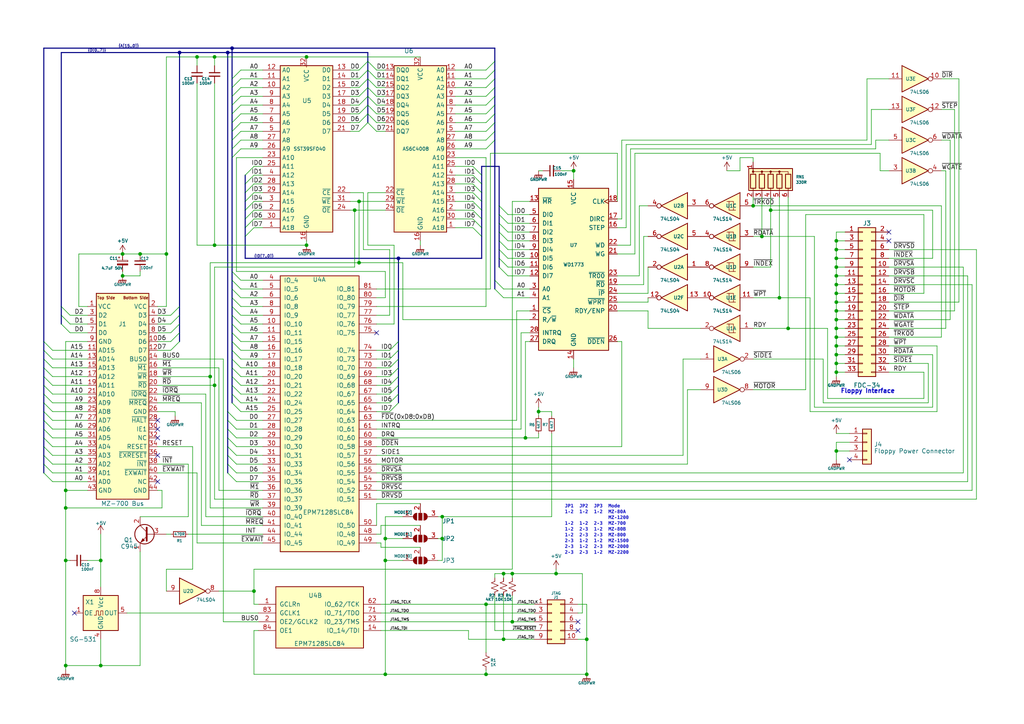
<source format=kicad_sch>
(kicad_sch (version 20231120) (generator "eeschema") (generator_version "8.0")
  (paper "A4")
  (title_block (title "SFD-700 Floppy Interface MKII") (date "2023-07-27") (rev "1.2") (comment 2 "provide additional functionality as required, ie. MZ-1R18 Ram File.") (comment 3 "as paged ROM/RAM. This allows the card to be used in all the Sharp machines and") (comment 4 "Main logic using a CPLD to mimic external logic and add additional features such"))
  (junction (at 73.66 171.45))
  (junction (at 19.05 162.56))
  (junction (at 226.06 86.36))
  (junction (at 242.57 74.93))
  (junction (at 170.18 185.42))
  (junction (at 148.59 166.37))
  (junction (at 111.76 156.21))
  (junction (at 88.9 71.12))
  (junction (at 104.14 58.42))
  (junction (at 40.64 73.66))
  (junction (at 148.59 180.34))
  (junction (at 29.21 162.56))
  (junction (at 242.57 105.41))
  (junction (at 242.57 69.85))
  (junction (at 29.21 193.04))
  (junction (at 170.18 195.58))
  (junction (at 223.52 60.96))
  (junction (at 228.6 95.25))
  (junction (at 242.57 107.95))
  (junction (at 140.97 195.58))
  (junction (at 62.23 71.12))
  (junction (at 19.05 142.24))
  (junction (at 60.96 109.22))
  (junction (at 242.57 77.47))
  (junction (at 111.76 162.56))
  (junction (at 242.57 102.87))
  (junction (at 66.04 15.24))
  (junction (at 35.56 73.66))
  (junction (at 152.4 127))
  (junction (at 128.27 156.21))
  (junction (at 57.15 16.51))
  (junction (at 242.57 90.17))
  (junction (at 242.57 85.09))
  (junction (at 128.27 149.86))
  (junction (at 242.57 82.55))
  (junction (at 242.57 100.33))
  (junction (at 62.23 16.51))
  (junction (at 242.57 95.25))
  (junction (at 242.57 80.01))
  (junction (at 220.98 68.58))
  (junction (at 156.21 119.38))
  (junction (at 62.23 111.76))
  (junction (at 48.26 73.66))
  (junction (at 67.31 13.97))
  (junction (at 88.9 16.51))
  (junction (at 111.76 195.58))
  (junction (at 104.14 76.2))
  (junction (at 242.57 97.79))
  (junction (at 242.57 92.71))
  (junction (at 161.29 166.37))
  (junction (at 146.05 185.42))
  (junction (at 115.57 74.93))
  (junction (at 140.97 175.26))
  (junction (at 19.05 193.04))
  (junction (at 218.44 59.69))
  (junction (at 166.37 49.53))
  (junction (at 52.07 15.24))
  (junction (at 242.57 72.39))
  (junction (at 35.56 80.01))
  (junction (at 146.05 166.37))
  (junction (at 102.87 60.96))
  (junction (at 242.57 130.81))
  (junction (at 19.05 147.32))
  (junction (at 242.57 87.63))
  (no_connect (at 109.22 96.52))
  (no_connect (at 45.72 139.7))
  (no_connect (at 167.64 182.88))
  (no_connect (at 257.81 69.85))
  (no_connect (at 45.72 127))
  (no_connect (at 45.72 124.46))
  (no_connect (at 167.64 180.34))
  (no_connect (at 257.81 67.31))
  (no_connect (at 246.38 133.35))
  (no_connect (at 45.72 132.08))
  (no_connect (at 45.72 121.92))
  (no_connect (at 21.59 177.8))
  (bus_entry (at 69.85 93.98) (size -2.54 -2.54))
  (bus_entry (at 144.78 62.23) (size 2.54 2.54))
  (bus_entry (at 15.24 121.92) (size -2.54 -2.54))
  (bus_entry (at 113.03 111.76) (size 2.54 -2.54))
  (bus_entry (at 104.14 25.4) (size 2.54 -2.54))
  (bus_entry (at 15.24 119.38) (size -2.54 -2.54))
  (bus_entry (at 109.22 35.56) (size -2.54 -2.54))
  (bus_entry (at 109.22 25.4) (size -2.54 -2.54))
  (bus_entry (at 71.12 60.96) (size 2.54 -2.54))
  (bus_entry (at 71.12 55.88) (size 2.54 -2.54))
  (bus_entry (at 15.24 114.3) (size -2.54 -2.54))
  (bus_entry (at 71.12 68.58) (size 2.54 -2.54))
  (bus_entry (at 109.22 30.48) (size -2.54 -2.54))
  (bus_entry (at 71.12 50.8) (size 2.54 -2.54))
  (bus_entry (at 69.85 101.6) (size -2.54 -2.54))
  (bus_entry (at 15.24 104.14) (size -2.54 -2.54))
  (bus_entry (at 137.16 58.42) (size 2.54 2.54))
  (bus_entry (at 15.24 101.6) (size -2.54 -2.54))
  (bus_entry (at 15.24 132.08) (size -2.54 -2.54))
  (bus_entry (at 67.31 22.86) (size 2.54 -2.54))
  (bus_entry (at 15.24 139.7) (size -2.54 -2.54))
  (bus_entry (at 69.85 81.28) (size -2.54 -2.54))
  (bus_entry (at 143.51 17.78) (size -2.54 2.54))
  (bus_entry (at 104.14 20.32) (size 2.54 -2.54))
  (bus_entry (at 67.31 25.4) (size 2.54 -2.54))
  (bus_entry (at 49.53 101.6) (size 2.54 -2.54))
  (bus_entry (at 69.85 116.84) (size -2.54 -2.54))
  (bus_entry (at 68.58 124.46) (size -2.54 -2.54))
  (bus_entry (at 104.14 22.86) (size 2.54 -2.54))
  (bus_entry (at 137.16 63.5) (size 2.54 2.54))
  (bus_entry (at 17.78 93.98) (size 2.54 2.54))
  (bus_entry (at 69.85 111.76) (size -2.54 -2.54))
  (bus_entry (at 17.78 88.9) (size 2.54 2.54))
  (bus_entry (at 144.78 72.39) (size 2.54 2.54))
  (bus_entry (at 15.24 134.62) (size -2.54 -2.54))
  (bus_entry (at 15.24 109.22) (size -2.54 -2.54))
  (bus_entry (at 144.78 77.47) (size 2.54 2.54))
  (bus_entry (at 69.85 83.82) (size -2.54 -2.54))
  (bus_entry (at 49.53 99.06) (size 2.54 -2.54))
  (bus_entry (at 71.12 63.5) (size 2.54 -2.54))
  (bus_entry (at 104.14 35.56) (size 2.54 -2.54))
  (bus_entry (at 144.78 64.77) (size 2.54 2.54))
  (bus_entry (at 71.12 58.42) (size 2.54 -2.54))
  (bus_entry (at 67.31 40.64) (size 2.54 -2.54))
  (bus_entry (at 67.31 43.18) (size 2.54 -2.54))
  (bus_entry (at 144.78 69.85) (size 2.54 2.54))
  (bus_entry (at 15.24 106.68) (size -2.54 -2.54))
  (bus_entry (at 109.22 38.1) (size -2.54 -2.54))
  (bus_entry (at 68.58 134.62) (size -2.54 -2.54))
  (bus_entry (at 49.53 91.44) (size 2.54 -2.54))
  (bus_entry (at 67.31 38.1) (size 2.54 -2.54))
  (bus_entry (at 49.53 96.52) (size 2.54 -2.54))
  (bus_entry (at 69.85 91.44) (size -2.54 -2.54))
  (bus_entry (at 68.58 129.54) (size -2.54 -2.54))
  (bus_entry (at 144.78 74.93) (size 2.54 2.54))
  (bus_entry (at 68.58 132.08) (size -2.54 -2.54))
  (bus_entry (at 143.51 25.4) (size -2.54 2.54))
  (bus_entry (at 144.78 59.69) (size 2.54 2.54))
  (bus_entry (at 104.14 38.1) (size 2.54 -2.54))
  (bus_entry (at 17.78 91.44) (size 2.54 2.54))
  (bus_entry (at 113.03 119.38) (size 2.54 -2.54))
  (bus_entry (at 71.12 53.34) (size 2.54 -2.54))
  (bus_entry (at 113.03 114.3) (size 2.54 -2.54))
  (bus_entry (at 67.31 33.02) (size 2.54 -2.54))
  (bus_entry (at 137.16 48.26) (size 2.54 2.54))
  (bus_entry (at 68.58 139.7) (size -2.54 -2.54))
  (bus_entry (at 67.31 35.56) (size 2.54 -2.54))
  (bus_entry (at 137.16 53.34) (size 2.54 2.54))
  (bus_entry (at 113.03 106.68) (size 2.54 -2.54))
  (bus_entry (at 143.51 20.32) (size -2.54 2.54))
  (bus_entry (at 104.14 27.94) (size 2.54 -2.54))
  (bus_entry (at 137.16 66.04) (size 2.54 2.54))
  (bus_entry (at 69.85 96.52) (size -2.54 -2.54))
  (bus_entry (at 104.14 30.48) (size 2.54 -2.54))
  (bus_entry (at 113.03 109.22) (size 2.54 -2.54))
  (bus_entry (at 69.85 109.22) (size -2.54 -2.54))
  (bus_entry (at 109.22 33.02) (size -2.54 -2.54))
  (bus_entry (at 69.85 86.36) (size -2.54 -2.54))
  (bus_entry (at 15.24 116.84) (size -2.54 -2.54))
  (bus_entry (at 49.53 93.98) (size 2.54 -2.54))
  (bus_entry (at 137.16 50.8) (size 2.54 2.54))
  (bus_entry (at 144.78 67.31) (size 2.54 2.54))
  (bus_entry (at 68.58 121.92) (size -2.54 -2.54))
  (bus_entry (at 71.12 66.04) (size 2.54 -2.54))
  (bus_entry (at 143.51 40.64) (size -2.54 2.54))
  (bus_entry (at 143.51 22.86) (size -2.54 2.54))
  (bus_entry (at 104.14 33.02) (size 2.54 -2.54))
  (bus_entry (at 137.16 60.96) (size 2.54 2.54))
  (bus_entry (at 15.24 137.16) (size -2.54 -2.54))
  (bus_entry (at 113.03 116.84) (size 2.54 -2.54))
  (bus_entry (at 69.85 88.9) (size -2.54 -2.54))
  (bus_entry (at 143.51 38.1) (size -2.54 2.54))
  (bus_entry (at 67.31 30.48) (size 2.54 -2.54))
  (bus_entry (at 143.51 33.02) (size -2.54 2.54))
  (bus_entry (at 146.05 83.82) (size -2.54 -2.54))
  (bus_entry (at 69.85 106.68) (size -2.54 -2.54))
  (bus_entry (at 143.51 30.48) (size -2.54 2.54))
  (bus_entry (at 69.85 119.38) (size -2.54 -2.54))
  (bus_entry (at 143.51 35.56) (size -2.54 2.54))
  (bus_entry (at 15.24 127) (size -2.54 -2.54))
  (bus_entry (at 67.31 27.94) (size 2.54 -2.54))
  (bus_entry (at 113.03 104.14) (size 2.54 -2.54))
  (bus_entry (at 137.16 55.88) (size 2.54 2.54))
  (bus_entry (at 15.24 124.46) (size -2.54 -2.54))
  (bus_entry (at 67.31 45.72) (size 2.54 -2.54))
  (bus_entry (at 15.24 111.76) (size -2.54 -2.54))
  (bus_entry (at 15.24 129.54) (size -2.54 -2.54))
  (bus_entry (at 146.05 86.36) (size -2.54 -2.54))
  (bus_entry (at 109.22 22.86) (size -2.54 -2.54))
  (bus_entry (at 68.58 137.16) (size -2.54 -2.54))
  (bus_entry (at 109.22 27.94) (size -2.54 -2.54))
  (bus_entry (at 143.51 27.94) (size -2.54 2.54))
  (bus_entry (at 69.85 99.06) (size -2.54 -2.54))
  (bus_entry (at 69.85 104.14) (size -2.54 -2.54))
  (bus_entry (at 113.03 101.6) (size 2.54 -2.54))
  (bus_entry (at 69.85 114.3) (size -2.54 -2.54))
  (bus_entry (at 68.58 127) (size -2.54 -2.54))
  (bus_entry (at 109.22 20.32) (size -2.54 -2.54))
  (wire (pts (xy 148.59 165.1) (xy 148.59 58.42)))
  (wire (pts (xy 143.51 182.88) (xy 154.94 182.88)))
  (wire (pts (xy 110.49 154.94) (xy 109.22 154.94)))
  (wire (pts (xy 140.97 27.94) (xy 132.08 27.94)))
  (wire (pts (xy 19.05 162.56) (xy 20.32 162.56)))
  (wire (pts (xy 181.61 41.91) (xy 181.61 66.04)))
  (bus (pts (xy 143.51 30.48) (xy 143.51 27.94)))
  (bus (pts (xy 71.12 60.96) (xy 71.12 63.5)))
  (wire (pts (xy 267.97 115.57) (xy 240.03 115.57)))
  (wire (pts (xy 273.05 97.79) (xy 257.81 97.79)))
  (wire (pts (xy 223.52 60.96) (xy 270.51 60.96)))
  (bus (pts (xy 67.31 22.86) (xy 67.31 25.4)))
  (wire (pts (xy 48.26 165.1) (xy 55.88 165.1)))
  (wire (pts (xy 69.85 114.3) (xy 76.2 114.3)))
  (wire (pts (xy 140.97 40.64) (xy 132.08 40.64)))
  (wire (pts (xy 73.66 171.45) (xy 73.66 165.1)))
  (wire (pts (xy 135.89 185.42) (xy 146.05 185.42)))
  (wire (pts (xy 273.05 31.75) (xy 276.86 31.75)))
  (wire (pts (xy 179.07 80.01) (xy 185.42 80.01)))
  (wire (pts (xy 40.64 78.74) (xy 40.64 80.01)))
  (bus (pts (xy 139.7 66.04) (xy 139.7 68.58)))
  (wire (pts (xy 252.73 31.75) (xy 252.73 41.91)))
  (wire (pts (xy 186.69 68.58) (xy 187.96 68.58)))
  (wire (pts (xy 105.41 72.39) (xy 105.41 55.88)))
  (bus (pts (xy 12.7 13.97) (xy 67.31 13.97)))
  (bus (pts (xy 67.31 101.6) (xy 67.31 104.14)))
  (wire (pts (xy 109.22 146.05) (xy 109.22 152.4)))
  (wire (pts (xy 25.4 109.22) (xy 15.24 109.22)))
  (wire (pts (xy 68.58 132.08) (xy 76.2 132.08)))
  (wire (pts (xy 29.21 162.56) (xy 29.21 154.94)))
  (wire (pts (xy 45.72 101.6) (xy 49.53 101.6)))
  (wire (pts (xy 69.85 83.82) (xy 76.2 83.82)))
  (wire (pts (xy 73.66 63.5) (xy 76.2 63.5)))
  (bus (pts (xy 66.04 132.08) (xy 66.04 134.62)))
  (wire (pts (xy 226.06 86.36) (xy 234.95 86.36)))
  (bus (pts (xy 12.7 13.97) (xy 12.7 99.06)))
  (wire (pts (xy 180.34 99.06) (xy 180.34 129.54)))
  (wire (pts (xy 62.23 111.76) (xy 62.23 144.78)))
  (bus (pts (xy 144.78 69.85) (xy 144.78 67.31)))
  (wire (pts (xy 40.64 80.01) (xy 35.56 80.01)))
  (bus (pts (xy 12.7 124.46) (xy 12.7 127)))
  (bus (pts (xy 12.7 101.6) (xy 12.7 104.14)))
  (bus (pts (xy 71.12 74.93) (xy 115.57 74.93)))
  (bus (pts (xy 71.12 50.8) (xy 71.12 53.34)))
  (wire (pts (xy 69.85 106.68) (xy 76.2 106.68)))
  (wire (pts (xy 19.05 147.32) (xy 46.99 147.32)))
  (wire (pts (xy 148.59 172.72) (xy 148.59 180.34)))
  (bus (pts (xy 67.31 83.82) (xy 67.31 86.36)))
  (wire (pts (xy 280.67 80.01) (xy 280.67 139.7)))
  (wire (pts (xy 132.08 63.5) (xy 137.16 63.5)))
  (wire (pts (xy 270.51 60.96) (xy 270.51 74.93)))
  (wire (pts (xy 109.22 109.22) (xy 113.03 109.22)))
  (wire (pts (xy 167.64 175.26) (xy 170.18 175.26)))
  (wire (pts (xy 73.66 50.8) (xy 76.2 50.8)))
  (wire (pts (xy 48.26 88.9) (xy 45.72 88.9)))
  (wire (pts (xy 186.69 82.55) (xy 186.69 68.58)))
  (wire (pts (xy 147.32 72.39) (xy 153.67 72.39)))
  (wire (pts (xy 179.07 71.12) (xy 182.88 71.12)))
  (bus (pts (xy 106.68 27.94) (xy 106.68 30.48)))
  (bus (pts (xy 67.31 106.68) (xy 67.31 109.22)))
  (wire (pts (xy 55.88 129.54) (xy 55.88 165.1)))
  (wire (pts (xy 140.97 20.32) (xy 132.08 20.32)))
  (wire (pts (xy 25.4 104.14) (xy 15.24 104.14)))
  (wire (pts (xy 153.67 99.06) (xy 152.4 99.06)))
  (wire (pts (xy 25.4 114.3) (xy 15.24 114.3)))
  (bus (pts (xy 139.7 68.58) (xy 139.7 74.93)))
  (wire (pts (xy 238.76 104.14) (xy 238.76 116.84)))
  (wire (pts (xy 74.93 175.26) (xy 73.66 175.26)))
  (wire (pts (xy 143.51 166.37) (xy 146.05 166.37)))
  (wire (pts (xy 101.6 33.02) (xy 104.14 33.02)))
  (wire (pts (xy 57.15 16.51) (xy 62.23 16.51)))
  (bus (pts (xy 67.31 33.02) (xy 67.31 35.56)))
  (bus (pts (xy 115.57 106.68) (xy 115.57 109.22)))
  (wire (pts (xy 113.03 72.39) (xy 113.03 91.44)))
  (wire (pts (xy 274.32 49.53) (xy 274.32 95.25)))
  (wire (pts (xy 242.57 130.81) (xy 242.57 133.35)))
  (wire (pts (xy 109.22 114.3) (xy 113.03 114.3)))
  (bus (pts (xy 144.78 48.26) (xy 139.7 48.26)))
  (wire (pts (xy 111.76 162.56) (xy 111.76 195.58)))
  (wire (pts (xy 104.14 76.2) (xy 104.14 58.42)))
  (wire (pts (xy 19.05 142.24) (xy 19.05 147.32)))
  (wire (pts (xy 132.08 55.88) (xy 137.16 55.88)))
  (wire (pts (xy 45.72 96.52) (xy 49.53 96.52)))
  (wire (pts (xy 278.13 87.63) (xy 257.81 87.63)))
  (wire (pts (xy 245.11 92.71) (xy 242.57 92.71)))
  (wire (pts (xy 179.07 73.66) (xy 184.15 73.66)))
  (wire (pts (xy 210.82 49.53) (xy 214.63 49.53)))
  (bus (pts (xy 139.7 50.8) (xy 139.7 53.34)))
  (bus (pts (xy 66.04 121.92) (xy 66.04 124.46)))
  (bus (pts (xy 139.7 53.34) (xy 139.7 55.88)))
  (wire (pts (xy 104.14 58.42) (xy 101.6 58.42)))
  (wire (pts (xy 68.58 137.16) (xy 76.2 137.16)))
  (wire (pts (xy 245.11 82.55) (xy 242.57 82.55)))
  (wire (pts (xy 69.85 116.84) (xy 76.2 116.84)))
  (wire (pts (xy 111.76 156.21) (xy 111.76 162.56)))
  (wire (pts (xy 267.97 62.23) (xy 267.97 85.09)))
  (wire (pts (xy 149.86 121.92) (xy 149.86 90.17)))
  (wire (pts (xy 62.23 77.47) (xy 62.23 111.76)))
  (bus (pts (xy 52.07 96.52) (xy 52.07 99.06)))
  (wire (pts (xy 25.4 93.98) (xy 20.32 93.98)))
  (wire (pts (xy 109.22 142.24) (xy 281.94 142.24)))
  (wire (pts (xy 242.57 74.93) (xy 242.57 77.47)))
  (wire (pts (xy 73.66 182.88) (xy 74.93 182.88)))
  (bus (pts (xy 67.31 111.76) (xy 67.31 114.3)))
  (bus (pts (xy 106.68 30.48) (xy 106.68 33.02)))
  (wire (pts (xy 140.97 88.9) (xy 140.97 45.72)))
  (wire (pts (xy 160.02 119.38) (xy 160.02 120.65)))
  (wire (pts (xy 273.05 59.69) (xy 273.05 97.79)))
  (wire (pts (xy 69.85 109.22) (xy 76.2 109.22)))
  (wire (pts (xy 185.42 59.69) (xy 187.96 59.69)))
  (wire (pts (xy 283.21 72.39) (xy 283.21 144.78)))
  (wire (pts (xy 281.94 82.55) (xy 257.81 82.55)))
  (wire (pts (xy 238.76 104.14) (xy 218.44 104.14)))
  (wire (pts (xy 220.98 68.58) (xy 236.22 68.58)))
  (bus (pts (xy 67.31 81.28) (xy 67.31 83.82)))
  (wire (pts (xy 29.21 185.42) (xy 29.21 193.04)))
  (wire (pts (xy 110.49 158.75) (xy 110.49 157.48)))
  (wire (pts (xy 69.85 81.28) (xy 76.2 81.28)))
  (wire (pts (xy 199.39 134.62) (xy 199.39 113.03)))
  (bus (pts (xy 106.68 22.86) (xy 106.68 25.4)))
  (wire (pts (xy 45.72 111.76) (xy 62.23 111.76)))
  (bus (pts (xy 115.57 74.93) (xy 115.57 99.06)))
  (wire (pts (xy 25.4 88.9) (xy 22.86 88.9)))
  (wire (pts (xy 185.42 80.01) (xy 185.42 59.69)))
  (wire (pts (xy 110.49 152.4) (xy 110.49 154.94)))
  (wire (pts (xy 223.52 57.15) (xy 223.52 60.96)))
  (wire (pts (xy 280.67 80.01) (xy 257.81 80.01)))
  (wire (pts (xy 147.32 64.77) (xy 153.67 64.77)))
  (wire (pts (xy 62.23 16.51) (xy 88.9 16.51)))
  (wire (pts (xy 25.4 99.06) (xy 19.05 99.06)))
  (wire (pts (xy 276.86 90.17) (xy 257.81 90.17)))
  (wire (pts (xy 22.86 73.66) (xy 35.56 73.66)))
  (wire (pts (xy 281.94 82.55) (xy 281.94 142.24)))
  (bus (pts (xy 12.7 111.76) (xy 12.7 114.3)))
  (wire (pts (xy 68.58 139.7) (xy 76.2 139.7)))
  (wire (pts (xy 19.05 193.04) (xy 19.05 194.31)))
  (wire (pts (xy 25.4 91.44) (xy 20.32 91.44)))
  (wire (pts (xy 146.05 166.37) (xy 148.59 166.37)))
  (bus (pts (xy 143.51 81.28) (xy 143.51 83.82)))
  (wire (pts (xy 62.23 144.78) (xy 76.2 144.78)))
  (wire (pts (xy 226.06 57.15) (xy 226.06 86.36)))
  (wire (pts (xy 142.24 44.45) (xy 179.07 44.45)))
  (bus (pts (xy 12.7 132.08) (xy 12.7 134.62)))
  (wire (pts (xy 267.97 107.95) (xy 257.81 107.95)))
  (wire (pts (xy 170.18 185.42) (xy 170.18 195.58)))
  (wire (pts (xy 142.24 83.82) (xy 109.22 83.82)))
  (wire (pts (xy 242.57 97.79) (xy 242.57 100.33)))
  (bus (pts (xy 12.7 99.06) (xy 12.7 101.6)))
  (wire (pts (xy 273.05 22.86) (xy 278.13 22.86)))
  (wire (pts (xy 121.92 158.75) (xy 110.49 158.75)))
  (wire (pts (xy 59.69 149.86) (xy 76.2 149.86)))
  (wire (pts (xy 101.6 20.32) (xy 104.14 20.32)))
  (wire (pts (xy 62.23 16.51) (xy 62.23 19.05)))
  (bus (pts (xy 115.57 99.06) (xy 115.57 101.6)))
  (wire (pts (xy 146.05 167.64) (xy 146.05 166.37)))
  (wire (pts (xy 147.32 67.31) (xy 153.67 67.31)))
  (wire (pts (xy 68.58 78.74) (xy 111.76 78.74)))
  (bus (pts (xy 12.7 119.38) (xy 12.7 121.92)))
  (bus (pts (xy 143.51 35.56) (xy 143.51 33.02)))
  (bus (pts (xy 17.78 88.9) (xy 17.78 91.44)))
  (wire (pts (xy 242.57 87.63) (xy 242.57 90.17)))
  (wire (pts (xy 242.57 82.55) (xy 242.57 85.09)))
  (wire (pts (xy 25.4 137.16) (xy 15.24 137.16)))
  (wire (pts (xy 109.22 144.78) (xy 283.21 144.78)))
  (wire (pts (xy 25.4 111.76) (xy 15.24 111.76)))
  (wire (pts (xy 45.72 106.68) (xy 63.5 106.68)))
  (wire (pts (xy 228.6 95.25) (xy 218.44 95.25)))
  (wire (pts (xy 245.11 95.25) (xy 242.57 95.25)))
  (bus (pts (xy 144.78 67.31) (xy 144.78 64.77)))
  (wire (pts (xy 218.44 57.15) (xy 218.44 59.69)))
  (bus (pts (xy 67.31 91.44) (xy 67.31 93.98)))
  (wire (pts (xy 114.3 71.12) (xy 106.68 71.12)))
  (wire (pts (xy 111.76 86.36) (xy 109.22 86.36)))
  (bus (pts (xy 17.78 15.24) (xy 17.78 88.9)))
  (wire (pts (xy 245.11 87.63) (xy 242.57 87.63)))
  (wire (pts (xy 242.57 105.41) (xy 242.57 107.95)))
  (wire (pts (xy 104.14 76.2) (xy 116.84 76.2)))
  (wire (pts (xy 179.07 90.17) (xy 187.96 90.17)))
  (wire (pts (xy 218.44 113.03) (xy 233.68 113.03)))
  (bus (pts (xy 106.68 15.24) (xy 106.68 17.78)))
  (wire (pts (xy 113.03 72.39) (xy 105.41 72.39)))
  (wire (pts (xy 57.15 71.12) (xy 57.15 24.13)))
  (wire (pts (xy 242.57 85.09) (xy 242.57 87.63)))
  (wire (pts (xy 220.98 57.15) (xy 220.98 68.58)))
  (wire (pts (xy 270.51 74.93) (xy 257.81 74.93)))
  (wire (pts (xy 184.15 44.45) (xy 255.27 44.45)))
  (wire (pts (xy 25.4 162.56) (xy 29.21 162.56)))
  (wire (pts (xy 218.44 86.36) (xy 226.06 86.36)))
  (wire (pts (xy 146.05 172.72) (xy 146.05 185.42)))
  (wire (pts (xy 58.42 152.4) (xy 76.2 152.4)))
  (bus (pts (xy 66.04 129.54) (xy 66.04 132.08)))
  (wire (pts (xy 68.58 127) (xy 76.2 127)))
  (wire (pts (xy 234.95 86.36) (xy 234.95 119.38)))
  (bus (pts (xy 67.31 88.9) (xy 67.31 91.44)))
  (bus (pts (xy 12.7 134.62) (xy 12.7 137.16)))
  (wire (pts (xy 69.85 88.9) (xy 76.2 88.9)))
  (wire (pts (xy 147.32 80.01) (xy 153.67 80.01)))
  (wire (pts (xy 60.96 147.32) (xy 76.2 147.32)))
  (wire (pts (xy 116.84 76.2) (xy 116.84 92.71)))
  (bus (pts (xy 67.31 13.97) (xy 67.31 22.86)))
  (wire (pts (xy 245.11 74.93) (xy 242.57 74.93)))
  (wire (pts (xy 283.21 72.39) (xy 257.81 72.39)))
  (wire (pts (xy 101.6 22.86) (xy 104.14 22.86)))
  (wire (pts (xy 69.85 104.14) (xy 76.2 104.14)))
  (wire (pts (xy 179.07 85.09) (xy 187.96 85.09)))
  (bus (pts (xy 52.07 15.24) (xy 52.07 88.9)))
  (wire (pts (xy 111.76 25.4) (xy 109.22 25.4)))
  (wire (pts (xy 242.57 69.85) (xy 242.57 72.39)))
  (wire (pts (xy 147.32 69.85) (xy 153.67 69.85)))
  (bus (pts (xy 139.7 63.5) (xy 139.7 66.04)))
  (wire (pts (xy 40.64 160.02) (xy 40.64 193.04)))
  (wire (pts (xy 257.81 100.33) (xy 271.78 100.33)))
  (bus (pts (xy 66.04 15.24) (xy 106.68 15.24)))
  (wire (pts (xy 73.66 171.45) (xy 73.66 175.26)))
  (wire (pts (xy 109.22 111.76) (xy 113.03 111.76)))
  (bus (pts (xy 143.51 27.94) (xy 143.51 25.4)))
  (wire (pts (xy 267.97 107.95) (xy 267.97 115.57)))
  (wire (pts (xy 151.13 96.52) (xy 153.67 96.52)))
  (wire (pts (xy 245.11 85.09) (xy 242.57 85.09)))
  (wire (pts (xy 140.97 43.18) (xy 132.08 43.18)))
  (bus (pts (xy 12.7 127) (xy 12.7 129.54)))
  (bus (pts (xy 67.31 40.64) (xy 67.31 43.18)))
  (wire (pts (xy 135.89 185.42) (xy 135.89 182.88)))
  (wire (pts (xy 218.44 59.69) (xy 273.05 59.69)))
  (wire (pts (xy 60.96 76.2) (xy 104.14 76.2)))
  (wire (pts (xy 111.76 33.02) (xy 109.22 33.02)))
  (wire (pts (xy 245.11 80.01) (xy 242.57 80.01)))
  (wire (pts (xy 22.86 73.66) (xy 22.86 88.9)))
  (wire (pts (xy 140.97 35.56) (xy 132.08 35.56)))
  (wire (pts (xy 109.22 119.38) (xy 113.03 119.38)))
  (wire (pts (xy 274.32 95.25) (xy 257.81 95.25)))
  (wire (pts (xy 273.05 40.64) (xy 275.59 40.64)))
  (wire (pts (xy 140.97 25.4) (xy 132.08 25.4)))
  (wire (pts (xy 64.77 104.14) (xy 64.77 180.34)))
  (wire (pts (xy 48.26 171.45) (xy 48.26 165.1)))
  (wire (pts (xy 152.4 127) (xy 156.21 127)))
  (wire (pts (xy 245.11 72.39) (xy 242.57 72.39)))
  (wire (pts (xy 233.68 62.23) (xy 267.97 62.23)))
  (wire (pts (xy 40.64 193.04) (xy 29.21 193.04)))
  (wire (pts (xy 140.97 38.1) (xy 132.08 38.1)))
  (bus (pts (xy 115.57 101.6) (xy 115.57 104.14)))
  (wire (pts (xy 242.57 128.27) (xy 242.57 130.81)))
  (wire (pts (xy 45.72 91.44) (xy 49.53 91.44)))
  (wire (pts (xy 45.72 129.54) (xy 55.88 129.54)))
  (bus (pts (xy 12.7 106.68) (xy 12.7 109.22)))
  (wire (pts (xy 275.59 92.71) (xy 257.81 92.71)))
  (wire (pts (xy 63.5 106.68) (xy 63.5 142.24)))
  (wire (pts (xy 240.03 95.25) (xy 240.03 115.57)))
  (wire (pts (xy 218.44 77.47) (xy 223.52 77.47)))
  (bus (pts (xy 143.51 33.02) (xy 143.51 30.48)))
  (wire (pts (xy 187.96 87.63) (xy 187.96 86.36)))
  (wire (pts (xy 69.85 30.48) (xy 76.2 30.48)))
  (wire (pts (xy 60.96 109.22) (xy 60.96 76.2)))
  (wire (pts (xy 148.59 58.42) (xy 153.67 58.42)))
  (wire (pts (xy 245.11 97.79) (xy 242.57 97.79)))
  (wire (pts (xy 121.92 152.4) (xy 110.49 152.4)))
  (wire (pts (xy 73.66 53.34) (xy 76.2 53.34)))
  (wire (pts (xy 69.85 20.32) (xy 76.2 20.32)))
  (wire (pts (xy 146.05 83.82) (xy 153.67 83.82)))
  (wire (pts (xy 184.15 44.45) (xy 184.15 73.66)))
  (wire (pts (xy 242.57 80.01) (xy 242.57 82.55)))
  (wire (pts (xy 251.46 40.64) (xy 180.34 40.64)))
  (wire (pts (xy 160.02 125.73) (xy 160.02 149.86)))
  (wire (pts (xy 111.76 30.48) (xy 109.22 30.48)))
  (bus (pts (xy 71.12 63.5) (xy 71.12 66.04)))
  (wire (pts (xy 269.24 105.41) (xy 257.81 105.41)))
  (wire (pts (xy 270.51 102.87) (xy 257.81 102.87)))
  (wire (pts (xy 113.03 91.44) (xy 109.22 91.44)))
  (wire (pts (xy 88.9 16.51) (xy 121.92 16.51)))
  (bus (pts (xy 12.7 114.3) (xy 12.7 116.84)))
  (wire (pts (xy 121.92 146.05) (xy 109.22 146.05)))
  (wire (pts (xy 111.76 38.1) (xy 109.22 38.1)))
  (wire (pts (xy 25.4 121.92) (xy 15.24 121.92)))
  (wire (pts (xy 156.21 118.11) (xy 156.21 119.38)))
  (bus (pts (xy 115.57 109.22) (xy 115.57 111.76)))
  (wire (pts (xy 59.69 114.3) (xy 59.69 149.86)))
  (wire (pts (xy 29.21 162.56) (xy 29.21 170.18)))
  (wire (pts (xy 238.76 116.84) (xy 269.24 116.84)))
  (wire (pts (xy 269.24 116.84) (xy 269.24 105.41)))
  (wire (pts (xy 73.66 171.45) (xy 63.5 171.45)))
  (wire (pts (xy 69.85 35.56) (xy 76.2 35.56)))
  (wire (pts (xy 109.22 157.48) (xy 110.49 157.48)))
  (wire (pts (xy 73.66 58.42) (xy 76.2 58.42)))
  (bus (pts (xy 143.51 17.78) (xy 143.51 13.97)))
  (wire (pts (xy 132.08 58.42) (xy 137.16 58.42)))
  (wire (pts (xy 40.64 73.66) (xy 48.26 73.66)))
  (wire (pts (xy 69.85 38.1) (xy 76.2 38.1)))
  (bus (pts (xy 67.31 109.22) (xy 67.31 111.76)))
  (wire (pts (xy 140.97 194.31) (xy 140.97 195.58)))
  (wire (pts (xy 180.34 99.06) (xy 179.07 99.06)))
  (wire (pts (xy 218.44 45.72) (xy 218.44 46.99)))
  (wire (pts (xy 151.13 124.46) (xy 109.22 124.46)))
  (wire (pts (xy 228.6 57.15) (xy 228.6 95.25)))
  (wire (pts (xy 62.23 77.47) (xy 102.87 77.47)))
  (wire (pts (xy 242.57 102.87) (xy 242.57 105.41)))
  (bus (pts (xy 115.57 106.68) (xy 115.57 104.14)))
  (wire (pts (xy 25.4 132.08) (xy 15.24 132.08)))
  (wire (pts (xy 101.6 30.48) (xy 104.14 30.48)))
  (wire (pts (xy 62.23 71.12) (xy 57.15 71.12)))
  (wire (pts (xy 111.76 195.58) (xy 73.66 195.58)))
  (bus (pts (xy 66.04 15.24) (xy 66.04 119.38)))
  (bus (pts (xy 52.07 15.24) (xy 66.04 15.24)))
  (wire (pts (xy 162.56 49.53) (xy 166.37 49.53)))
  (wire (pts (xy 69.85 93.98) (xy 76.2 93.98)))
  (wire (pts (xy 236.22 118.11) (xy 270.51 118.11)))
  (wire (pts (xy 111.76 35.56) (xy 109.22 35.56)))
  (wire (pts (xy 245.11 67.31) (xy 242.57 67.31)))
  (wire (pts (xy 57.15 16.51) (xy 57.15 19.05)))
  (wire (pts (xy 111.76 22.86) (xy 109.22 22.86)))
  (wire (pts (xy 46.99 142.24) (xy 46.99 147.32)))
  (wire (pts (xy 110.49 177.8) (xy 154.94 177.8)))
  (bus (pts (xy 106.68 20.32) (xy 106.68 22.86)))
  (wire (pts (xy 105.41 55.88) (xy 101.6 55.88)))
  (wire (pts (xy 54.61 134.62) (xy 45.72 134.62)))
  (wire (pts (xy 242.57 107.95) (xy 245.11 107.95)))
  (wire (pts (xy 73.66 66.04) (xy 76.2 66.04)))
  (wire (pts (xy 104.14 58.42) (xy 111.76 58.42)))
  (wire (pts (xy 64.77 180.34) (xy 74.93 180.34)))
  (bus (pts (xy 143.51 40.64) (xy 143.51 38.1)))
  (wire (pts (xy 128.27 149.86) (xy 128.27 156.21)))
  (wire (pts (xy 182.88 43.18) (xy 254 43.18)))
  (bus (pts (xy 12.7 129.54) (xy 12.7 132.08)))
  (bus (pts (xy 144.78 64.77) (xy 144.78 62.23)))
  (bus (pts (xy 106.68 17.78) (xy 106.68 20.32)))
  (wire (pts (xy 279.4 77.47) (xy 279.4 137.16)))
  (bus (pts (xy 139.7 48.26) (xy 139.7 50.8)))
  (wire (pts (xy 242.57 125.73) (xy 246.38 125.73)))
  (wire (pts (xy 109.22 88.9) (xy 140.97 88.9)))
  (wire (pts (xy 245.11 69.85) (xy 242.57 69.85)))
  (wire (pts (xy 49.53 154.94) (xy 48.26 154.94)))
  (wire (pts (xy 25.4 124.46) (xy 15.24 124.46)))
  (bus (pts (xy 67.31 78.74) (xy 67.31 81.28)))
  (wire (pts (xy 245.11 77.47) (xy 242.57 77.47)))
  (bus (pts (xy 67.31 93.98) (xy 67.31 96.52)))
  (bus (pts (xy 115.57 111.76) (xy 115.57 114.3)))
  (wire (pts (xy 69.85 119.38) (xy 76.2 119.38)))
  (wire (pts (xy 73.66 60.96) (xy 76.2 60.96)))
  (wire (pts (xy 102.87 60.96) (xy 101.6 60.96)))
  (wire (pts (xy 156.21 127) (xy 156.21 125.73)))
  (wire (pts (xy 246.38 128.27) (xy 242.57 128.27)))
  (wire (pts (xy 275.59 40.64) (xy 275.59 92.71)))
  (bus (pts (xy 143.51 81.28) (xy 143.51 40.64)))
  (wire (pts (xy 25.4 134.62) (xy 15.24 134.62)))
  (bus (pts (xy 106.68 33.02) (xy 106.68 35.56)))
  (wire (pts (xy 73.66 195.58) (xy 73.66 182.88)))
  (wire (pts (xy 242.57 90.17) (xy 242.57 92.71)))
  (wire (pts (xy 140.97 175.26) (xy 154.94 175.26)))
  (wire (pts (xy 45.72 116.84) (xy 58.42 116.84)))
  (wire (pts (xy 68.58 45.72) (xy 76.2 45.72)))
  (wire (pts (xy 111.76 162.56) (xy 116.84 162.56)))
  (wire (pts (xy 50.8 119.38) (xy 50.8 120.65)))
  (wire (pts (xy 111.76 78.74) (xy 111.76 86.36)))
  (wire (pts (xy 148.59 166.37) (xy 161.29 166.37)))
  (bus (pts (xy 67.31 86.36) (xy 67.31 88.9)))
  (bus (pts (xy 143.51 20.32) (xy 143.51 17.78)))
  (bus (pts (xy 71.12 68.58) (xy 71.12 74.93)))
  (wire (pts (xy 143.51 167.64) (xy 143.51 166.37)))
  (wire (pts (xy 147.32 74.93) (xy 153.67 74.93)))
  (bus (pts (xy 144.78 74.93) (xy 144.78 72.39)))
  (wire (pts (xy 181.61 41.91) (xy 252.73 41.91)))
  (bus (pts (xy 71.12 66.04) (xy 71.12 68.58)))
  (wire (pts (xy 255.27 49.53) (xy 257.81 49.53)))
  (wire (pts (xy 48.26 16.51) (xy 57.15 16.51)))
  (wire (pts (xy 25.4 139.7) (xy 15.24 139.7)))
  (wire (pts (xy 69.85 27.94) (xy 76.2 27.94)))
  (bus (pts (xy 71.12 55.88) (xy 71.12 58.42)))
  (wire (pts (xy 109.22 116.84) (xy 113.03 116.84)))
  (wire (pts (xy 156.21 119.38) (xy 156.21 120.65)))
  (wire (pts (xy 146.05 185.42) (xy 154.94 185.42)))
  (bus (pts (xy 66.04 119.38) (xy 66.04 121.92)))
  (wire (pts (xy 179.07 82.55) (xy 186.69 82.55)))
  (wire (pts (xy 140.97 30.48) (xy 132.08 30.48)))
  (wire (pts (xy 236.22 68.58) (xy 236.22 118.11)))
  (bus (pts (xy 12.7 121.92) (xy 12.7 124.46)))
  (wire (pts (xy 45.72 109.22) (xy 60.96 109.22)))
  (wire (pts (xy 199.39 113.03) (xy 203.2 113.03)))
  (wire (pts (xy 48.26 73.66) (xy 48.26 88.9)))
  (wire (pts (xy 255.27 44.45) (xy 255.27 49.53)))
  (wire (pts (xy 106.68 71.12) (xy 106.68 55.88)))
  (wire (pts (xy 45.72 114.3) (xy 59.69 114.3)))
  (wire (pts (xy 110.49 180.34) (xy 148.59 180.34)))
  (wire (pts (xy 151.13 96.52) (xy 151.13 124.46)))
  (wire (pts (xy 68.58 124.46) (xy 76.2 124.46)))
  (wire (pts (xy 101.6 27.94) (xy 104.14 27.94)))
  (bus (pts (xy 67.31 25.4) (xy 67.31 27.94)))
  (wire (pts (xy 25.4 101.6) (xy 15.24 101.6)))
  (wire (pts (xy 233.68 113.03) (xy 233.68 62.23)))
  (wire (pts (xy 48.26 16.51) (xy 48.26 73.66)))
  (wire (pts (xy 69.85 40.64) (xy 76.2 40.64)))
  (wire (pts (xy 19.05 147.32) (xy 19.05 162.56)))
  (wire (pts (xy 140.97 45.72) (xy 132.08 45.72)))
  (wire (pts (xy 240.03 95.25) (xy 228.6 95.25)))
  (wire (pts (xy 19.05 99.06) (xy 19.05 142.24)))
  (wire (pts (xy 69.85 96.52) (xy 76.2 96.52)))
  (wire (pts (xy 69.85 111.76) (xy 76.2 111.76)))
  (bus (pts (xy 12.7 104.14) (xy 12.7 106.68)))
  (bus (pts (xy 67.31 35.56) (xy 67.31 38.1)))
  (wire (pts (xy 245.11 105.41) (xy 242.57 105.41)))
  (wire (pts (xy 45.72 137.16) (xy 57.15 137.16)))
  (bus (pts (xy 143.51 38.1) (xy 143.51 35.56)))
  (wire (pts (xy 161.29 165.1) (xy 161.29 166.37)))
  (wire (pts (xy 109.22 127) (xy 152.4 127)))
  (wire (pts (xy 128.27 156.21) (xy 127 156.21)))
  (bus (pts (xy 17.78 15.24) (xy 52.07 15.24)))
  (wire (pts (xy 251.46 22.86) (xy 257.81 22.86)))
  (wire (pts (xy 25.4 119.38) (xy 15.24 119.38)))
  (wire (pts (xy 179.07 87.63) (xy 187.96 87.63)))
  (wire (pts (xy 251.46 22.86) (xy 251.46 40.64)))
  (wire (pts (xy 148.59 167.64) (xy 148.59 166.37)))
  (wire (pts (xy 69.85 43.18) (xy 76.2 43.18)))
  (wire (pts (xy 35.56 73.66) (xy 40.64 73.66)))
  (wire (pts (xy 170.18 175.26) (xy 170.18 185.42)))
  (wire (pts (xy 109.22 101.6) (xy 113.03 101.6)))
  (wire (pts (xy 179.07 66.04) (xy 181.61 66.04)))
  (wire (pts (xy 35.56 78.74) (xy 35.56 80.01)))
  (wire (pts (xy 152.4 99.06) (xy 152.4 127)))
  (wire (pts (xy 276.86 31.75) (xy 276.86 90.17)))
  (bus (pts (xy 67.31 99.06) (xy 67.31 101.6)))
  (wire (pts (xy 73.66 165.1) (xy 148.59 165.1)))
  (bus (pts (xy 66.04 134.62) (xy 66.04 137.16)))
  (wire (pts (xy 267.97 85.09) (xy 257.81 85.09)))
  (wire (pts (xy 109.22 139.7) (xy 280.67 139.7)))
  (wire (pts (xy 160.02 149.86) (xy 128.27 149.86)))
  (wire (pts (xy 223.52 60.96) (xy 223.52 77.47)))
  (wire (pts (xy 254 40.64) (xy 257.81 40.64)))
  (bus (pts (xy 139.7 58.42) (xy 139.7 60.96)))
  (wire (pts (xy 245.11 90.17) (xy 242.57 90.17)))
  (wire (pts (xy 25.4 106.68) (xy 15.24 106.68)))
  (bus (pts (xy 67.31 43.18) (xy 67.31 45.72)))
  (wire (pts (xy 132.08 66.04) (xy 137.16 66.04)))
  (wire (pts (xy 214.63 49.53) (xy 214.63 45.72)))
  (wire (pts (xy 156.21 119.38) (xy 160.02 119.38)))
  (wire (pts (xy 102.87 60.96) (xy 111.76 60.96)))
  (wire (pts (xy 40.64 149.86) (xy 54.61 149.86)))
  (bus (pts (xy 67.31 114.3) (xy 67.31 116.84)))
  (wire (pts (xy 58.42 116.84) (xy 58.42 152.4)))
  (wire (pts (xy 166.37 104.14) (xy 166.37 106.68)))
  (wire (pts (xy 168.91 166.37) (xy 168.91 177.8)))
  (wire (pts (xy 69.85 101.6) (xy 76.2 101.6)))
  (wire (pts (xy 242.57 67.31) (xy 242.57 69.85)))
  (wire (pts (xy 132.08 53.34) (xy 137.16 53.34)))
  (wire (pts (xy 182.88 43.18) (xy 182.88 71.12)))
  (wire (pts (xy 146.05 86.36) (xy 153.67 86.36)))
  (bus (pts (xy 143.51 22.86) (xy 143.51 20.32)))
  (wire (pts (xy 54.61 154.94) (xy 76.2 154.94)))
  (bus (pts (xy 144.78 72.39) (xy 144.78 69.85)))
  (bus (pts (xy 71.12 53.34) (xy 71.12 55.88)))
  (wire (pts (xy 278.13 22.86) (xy 278.13 87.63)))
  (wire (pts (xy 132.08 48.26) (xy 137.16 48.26)))
  (bus (pts (xy 66.04 127) (xy 66.04 129.54)))
  (wire (pts (xy 166.37 49.53) (xy 166.37 52.07)))
  (bus (pts (xy 139.7 74.93) (xy 115.57 74.93)))
  (wire (pts (xy 109.22 134.62) (xy 199.39 134.62)))
  (wire (pts (xy 149.86 90.17) (xy 153.67 90.17)))
  (wire (pts (xy 69.85 86.36) (xy 76.2 86.36)))
  (wire (pts (xy 161.29 166.37) (xy 168.91 166.37)))
  (wire (pts (xy 187.96 95.25) (xy 203.2 95.25)))
  (wire (pts (xy 60.96 109.22) (xy 60.96 147.32)))
  (wire (pts (xy 69.85 25.4) (xy 76.2 25.4)))
  (wire (pts (xy 57.15 157.48) (xy 76.2 157.48)))
  (bus (pts (xy 71.12 58.42) (xy 71.12 60.96)))
  (bus (pts (xy 52.07 91.44) (xy 52.07 93.98)))
  (wire (pts (xy 114.3 71.12) (xy 114.3 93.98)))
  (bus (pts (xy 139.7 55.88) (xy 139.7 58.42)))
  (wire (pts (xy 142.24 44.45) (xy 142.24 83.82)))
  (wire (pts (xy 57.15 137.16) (xy 57.15 157.48)))
  (wire (pts (xy 69.85 99.06) (xy 76.2 99.06)))
  (wire (pts (xy 111.76 156.21) (xy 116.84 156.21)))
  (wire (pts (xy 45.72 142.24) (xy 46.99 142.24)))
  (wire (pts (xy 242.57 72.39) (xy 242.57 74.93)))
  (wire (pts (xy 101.6 38.1) (xy 104.14 38.1)))
  (wire (pts (xy 148.59 180.34) (xy 154.94 180.34)))
  (wire (pts (xy 179.07 63.5) (xy 180.34 63.5)))
  (wire (pts (xy 180.34 129.54) (xy 109.22 129.54)))
  (wire (pts (xy 180.34 40.64) (xy 180.34 63.5)))
  (bus (pts (xy 144.78 62.23) (xy 144.78 59.69)))
  (wire (pts (xy 88.9 69.85) (xy 88.9 71.12)))
  (wire (pts (xy 69.85 33.02) (xy 76.2 33.02)))
  (wire (pts (xy 170.18 185.42) (xy 167.64 185.42)))
  (wire (pts (xy 187.96 90.17) (xy 187.96 95.25)))
  (wire (pts (xy 109.22 106.68) (xy 113.03 106.68)))
  (wire (pts (xy 73.66 48.26) (xy 76.2 48.26)))
  (wire (pts (xy 110.49 175.26) (xy 140.97 175.26)))
  (wire (pts (xy 156.21 49.53) (xy 157.48 49.53)))
  (bus (pts (xy 139.7 60.96) (xy 139.7 63.5)))
  (wire (pts (xy 68.58 134.62) (xy 76.2 134.62)))
  (wire (pts (xy 45.72 104.14) (xy 64.77 104.14)))
  (wire (pts (xy 25.4 127) (xy 15.24 127)))
  (wire (pts (xy 111.76 195.58) (xy 140.97 195.58)))
  (bus (pts (xy 66.04 124.46) (xy 66.04 127)))
  (bus (pts (xy 67.31 27.94) (xy 67.31 30.48)))
  (wire (pts (xy 68.58 78.74) (xy 68.58 45.72)))
  (bus (pts (xy 12.7 116.84) (xy 12.7 119.38)))
  (wire (pts (xy 140.97 189.23) (xy 140.97 175.26)))
  (wire (pts (xy 45.72 119.38) (xy 50.8 119.38)))
  (wire (pts (xy 101.6 25.4) (xy 104.14 25.4)))
  (wire (pts (xy 128.27 149.86) (xy 127 149.86)))
  (wire (pts (xy 245.11 100.33) (xy 242.57 100.33)))
  (bus (pts (xy 12.7 109.22) (xy 12.7 111.76)))
  (bus (pts (xy 67.31 104.14) (xy 67.31 106.68)))
  (bus (pts (xy 67.31 30.48) (xy 67.31 33.02)))
  (wire (pts (xy 187.96 85.09) (xy 187.96 77.47)))
  (wire (pts (xy 25.4 116.84) (xy 15.24 116.84)))
  (wire (pts (xy 63.5 142.24) (xy 76.2 142.24)))
  (bus (pts (xy 143.51 13.97) (xy 67.31 13.97)))
  (bus (pts (xy 67.31 38.1) (xy 67.31 40.64)))
  (wire (pts (xy 218.44 68.58) (xy 220.98 68.58)))
  (wire (pts (xy 73.66 55.88) (xy 76.2 55.88)))
  (wire (pts (xy 242.57 130.81) (xy 246.38 130.81)))
  (wire (pts (xy 254 40.64) (xy 254 43.18)))
  (wire (pts (xy 140.97 195.58) (xy 170.18 195.58)))
  (wire (pts (xy 54.61 134.62) (xy 54.61 149.86)))
  (wire (pts (xy 111.76 27.94) (xy 109.22 27.94)))
  (bus (pts (xy 115.57 114.3) (xy 115.57 116.84)))
  (bus (pts (xy 144.78 77.47) (xy 144.78 74.93)))
  (wire (pts (xy 69.85 91.44) (xy 76.2 91.44)))
  (wire (pts (xy 19.05 162.56) (xy 19.05 193.04)))
  (wire (pts (xy 116.84 92.71) (xy 153.67 92.71)))
  (wire (pts (xy 242.57 95.25) (xy 242.57 97.79)))
  (wire (pts (xy 109.22 93.98) (xy 114.3 93.98)))
  (wire (pts (xy 25.4 129.54) (xy 15.24 129.54)))
  (wire (pts (xy 25.4 96.52) (xy 20.32 96.52)))
  (bus (pts (xy 144.78 59.69) (xy 144.78 48.26)))
  (wire (pts (xy 203.2 104.14) (xy 198.12 104.14)))
  (wire (pts (xy 128.27 162.56) (xy 127 162.56)))
  (wire (pts (xy 270.51 118.11) (xy 270.51 102.87)))
  (bus (pts (xy 52.07 93.98) (xy 52.07 96.52)))
  (wire (pts (xy 198.12 104.14) (xy 198.12 132.08)))
  (wire (pts (xy 116.84 149.86) (xy 111.76 149.86)))
  (wire (pts (xy 110.49 182.88) (xy 135.89 182.88)))
  (wire (pts (xy 214.63 45.72) (xy 218.44 45.72)))
  (wire (pts (xy 273.05 49.53) (xy 274.32 49.53)))
  (wire (pts (xy 102.87 77.47) (xy 102.87 60.96)))
  (wire (pts (xy 143.51 172.72) (xy 143.51 182.88)))
  (wire (pts (xy 36.83 177.8) (xy 74.93 177.8)))
  (wire (pts (xy 147.32 62.23) (xy 153.67 62.23)))
  (bus (pts (xy 17.78 91.44) (xy 17.78 93.98)))
  (bus (pts (xy 106.68 25.4) (xy 106.68 27.94)))
  (wire (pts (xy 45.72 99.06) (xy 49.53 99.06)))
  (wire (pts (xy 111.76 20.32) (xy 109.22 20.32)))
  (wire (pts (xy 45.72 93.98) (xy 49.53 93.98)))
  (wire (pts (xy 271.78 119.38) (xy 271.78 100.33)))
  (wire (pts (xy 279.4 77.47) (xy 257.81 77.47)))
  (wire (pts (xy 68.58 129.54) (xy 76.2 129.54)))
  (wire (pts (xy 111.76 149.86) (xy 111.76 156.21)))
  (bus (pts (xy 143.51 25.4) (xy 143.51 22.86)))
  (wire (pts (xy 245.11 102.87) (xy 242.57 102.87)))
  (wire (pts (xy 234.95 119.38) (xy 271.78 119.38)))
  (bus (pts (xy 67.31 96.52) (xy 67.31 99.06)))
  (wire (pts (xy 242.57 100.33) (xy 242.57 102.87)))
  (wire (pts (xy 147.32 77.47) (xy 153.67 77.47)))
  (wire (pts (xy 62.23 24.13) (xy 62.23 71.12)))
  (wire (pts (xy 140.97 22.86) (xy 132.08 22.86)))
  (wire (pts (xy 132.08 50.8) (xy 137.16 50.8)))
  (bus (pts (xy 67.31 45.72) (xy 67.31 78.74)))
  (wire (pts (xy 19.05 142.24) (xy 25.4 142.24)))
  (bus (pts (xy 52.07 88.9) (xy 52.07 91.44)))
  (wire (pts (xy 121.92 69.85) (xy 121.92 71.12)))
  (wire (pts (xy 109.22 121.92) (xy 149.86 121.92)))
  (wire (pts (xy 167.64 177.8) (xy 168.91 177.8)))
  (wire (pts (xy 242.57 107.95) (xy 242.57 109.22)))
  (wire (pts (xy 109.22 137.16) (xy 279.4 137.16)))
  (wire (pts (xy 242.57 77.47) (xy 242.57 80.01)))
  (wire (pts (xy 88.9 71.12) (xy 62.23 71.12)))
  (wire (pts (xy 198.12 132.08) (xy 109.22 132.08)))
  (wire (pts (xy 106.68 55.88) (xy 111.76 55.88)))
  (wire (pts (xy 242.57 92.71) (xy 242.57 95.25)))
  (wire (pts (xy 140.97 33.02) (xy 132.08 33.02)))
  (wire (pts (xy 68.58 121.92) (xy 76.2 121.92)))
  (wire (pts (xy 69.85 22.86) (xy 76.2 22.86)))
  (wire (pts (xy 29.21 193.04) (xy 19.05 193.04)))
  (wire (pts (xy 109.22 104.14) (xy 113.03 104.14)))
  (wire (pts (xy 128.27 156.21) (xy 128.27 162.56)))
  (wire (pts (xy 179.07 44.45) (xy 179.07 58.42)))
  (wire (pts (xy 252.73 31.75) (xy 257.81 31.75)))
  (wire (pts (xy 101.6 35.56) (xy 104.14 35.56)))
  (wire (pts (xy 132.08 60.96) (xy 137.16 60.96)))
  (text "JP1  JP2  JP3  Mode\n1-2  1-2  1-2  MZ-80A\n               MZ-1200\n1-2  1-2  2-3  MZ-700\n1-2  2-3  1-2  MZ-80B\n1-2  2-3  2-3  MZ-800\n2-3  1-2  1-2  MZ-1500\n2-3  1-2  2-3  MZ-2000\n2-3  2-3  1-2  MZ-2200   " (at 163.83 161.29 0) (effects (font (size 1 1) (thickness 0.2) (bold yes)) (justify left bottom)))
  (text "Floppy Interface" (at 243.7638 114.3 0) (effects (font (size 1.27 1.27) (thickness 0.254) (bold yes)) (justify left bottom)))
  (label "A15" (at 24.13 101.6 180))
  (label "A0" (at 152.4 83.82 180))
  (label "A9" (at 134.62 43.18 0))
  (label "A14" (at 74.93 116.84 180))
  (label "A4" (at 134.62 30.48 0))
  (label "D7" (at 74.93 139.7 180))
  (label "~{WR}" (at 46.99 109.22 0))
  (label "A1" (at 74.93 22.86 180))
  (label "A6" (at 24.13 124.46 180))
  (label "JTAG_TMS" (at 113.03 180.34 0) (effects (font (size 0.7874 0.7874))))
  (label "A14" (at 24.13 104.14 180))
  (label "A0" (at 74.93 20.32 180))
  (label "~{STEP}" (at 273.05 31.75 0))
  (label "A3" (at 134.62 27.94 0))
  (label "A10" (at 74.93 106.68 180))
  (label "A1" (at 152.4 86.36 180))
  (label "ID2" (at 134.62 53.34 0))
  (label "~{JTAG_RESET}" (at 148.59 182.88 0) (effects (font (size 0.7874 0.7874))))
  (label "ID2" (at 76.2 53.34 180))
  (label "JTAG_TCLK" (at 149.86 175.26 0) (effects (font (size 0.7874 0.7874))))
  (label "~{RDATA}" (at 259.08 102.87 0))
  (label "~{TRK00}" (at 218.44 59.69 0))
  (label "~{WGATE}" (at 259.08 95.25 0))
  (label "A8" (at 24.13 119.38 180))
  (label "ID7" (at 76.2 66.04 180))
  (label "A10" (at 24.13 114.3 180))
  (label "RDY" (at 218.44 95.25 0))
  (label "~{DIR}" (at 259.08 87.63 0))
  (label "~{DRVSB}" (at 110.49 139.7 0))
  (label "~{MREQ}" (at 71.12 152.4 0))
  (label "A0" (at 74.93 81.28 180))
  (label "A1" (at 134.62 22.86 0))
  (label "MOTOR" (at 110.49 134.62 0))
  (label "D3" (at 109.22 27.94 0))
  (label "A5" (at 74.93 33.02 180))
  (label "D7" (at 48.26 101.6 180))
  (label "D3" (at 48.26 91.44 180))
  (label "D1" (at 74.93 124.46 180))
  (label "~{M1}" (at 72.39 142.24 0))
  (label "~{DIR}" (at 273.05 22.86 0))
  (label "ID1" (at 134.62 50.8 0))
  (label "ID1" (at 152.4 64.77 180))
  (label "A4" (at 24.13 129.54 180))
  (label "ID6" (at 134.62 63.5 0))
  (label "A5" (at 24.13 127 180))
  (label "D0" (at 109.22 20.32 0))
  (label "ID6" (at 110.49 116.84 0))
  (label "ID1" (at 76.2 50.8 180))
  (label "D2" (at 109.22 25.4 0))
  (label "~{INDEX}" (at 259.08 74.93 0))
  (label "~{TRK00}" (at 259.08 97.79 0))
  (label "~{DDEN}" (at 110.49 129.54 0))
  (label "ID0" (at 134.62 48.26 0))
  (label "A13" (at 24.13 106.68 180))
  (label "D0" (at 101.6 20.32 0))
  (label "DRQ" (at 110.49 127 0))
  (label "D1" (at 109.22 22.86 0))
  (label "D5" (at 74.93 134.62 180))
  (label "~{MOTOR}" (at 259.08 85.09 0))
  (label "D6" (at 101.6 35.56 0))
  (label "D0" (at 74.93 121.92 180))
  (label "A3" (at 24.13 132.08 180))
  (label "ID5" (at 76.2 60.96 180))
  (label "~{EXWAIT}" (at 69.85 157.48 0))
  (label "A0" (at 24.13 139.7 180))
  (label "A6" (at 74.93 35.56 180))
  (label "ID5" (at 110.49 114.3 0))
  (label "D6" (at 48.26 99.06 180))
  (label "SIDE1" (at 110.49 132.08 0))
  (label "ID4" (at 110.49 111.76 0))
  (label "ID6" (at 76.2 63.5 180))
  (label "~{WDATA}" (at 259.08 92.71 0))
  (label "A2" (at 74.93 25.4 180))
  (label "ID0" (at 152.4 62.23 180))
  (label "A2" (at 74.93 86.36 180))
  (label "D4" (at 74.93 132.08 180))
  (label "ID2" (at 152.4 67.31 180))
  (label "~{FDC}(0xD8:0xDB)" (at 110.49 121.92 0))
  (label "A9" (at 24.13 116.84 180))
  (label "ID6" (at 152.4 77.47 180))
  (label "ID7" (at 152.4 80.01 180))
  (label "A9" (at 74.93 43.18 180))
  (label "~{SIDE1}" (at 259.08 105.41 0))
  (label "ID4" (at 76.2 58.42 180))
  (label "BUS0" (at 69.85 180.34 0))
  (label "~{MREQ}" (at 46.99 116.84 0))
  (label "D4" (at 101.6 30.48 0))
  (label "~{WDATA}" (at 273.05 40.64 0))
  (label "{A[15..0]}" (at 34.29 13.97 0) (effects (font (size 0.8 0.8))))
  (label "ID0" (at 76.2 48.26 180))
  (label "~{EXWAIT}" (at 46.99 137.16 0))
  (label "ID4" (at 152.4 72.39 180))
  (label "ID3" (at 76.2 55.88 180))
  (label "A4" (at 74.93 30.48 180))
  (label "A7" (at 24.13 121.92 180))
  (label "D1" (at 101.6 22.86 0))
  (label "~{IORQ}" (at 71.12 149.86 0))
  (label "A7" (at 74.93 99.06 180))
  (label "D5" (at 101.6 33.02 0))
  (label "ID3" (at 134.62 55.88 0))
  (label "A6" (at 74.93 96.52 180))
  (label "A11" (at 74.93 109.22 180))
  (label "D2" (at 74.93 127 180))
  (label "~{DRVSB}" (at 259.08 80.01 0))
  (label "D2" (at 21.59 91.44 0))
  (label "~{DRVSD}" (at 259.08 72.39 0))
  (label "A12" (at 74.93 111.76 180))
  (label "ID7" (at 134.62 66.04 0))
  (label "ID5" (at 152.4 74.93 180))
  (label "JTAG_TDI" (at 149.86 185.42 0) (effects (font (size 0.7874 0.7874))))
  (label "~{IORQ}" (at 46.99 114.3 0))
  (label "A8" (at 134.62 40.64 0))
  (label "ID2" (at 110.49 106.68 0))
  (label "~{DRVSC}" (at 259.08 82.55 0))
  (label "D3" (at 101.6 27.94 0))
  (label "~{WGATE}" (at 273.05 49.53 0))
  (label "A4" (at 74.93 91.44 180))
  (label "{D[0..7]}" (at 25.4 15.24 0) (effects (font (size 0.8 0.8))))
  (label "D3" (at 74.93 129.54 180))
  (label "D5" (at 48.26 96.52 180))
  (label "A1" (at 74.93 83.82 180))
  (label "RDY" (at 259.08 107.95 0))
  (label "~{DRVSA}" (at 259.08 77.47 0))
  (label "A15" (at 74.93 119.38 180))
  (label "~{WR}" (at 72.39 147.32 0))
  (label "~{MOTOR}" (at 218.44 113.03 0))
  (label "JTAG_TDI" (at 113.03 182.88 0) (effects (font (size 0.7874 0.7874))))
  (label "~{M1}" (at 46.99 106.68 0))
  (label "~{WPT}" (at 218.44 86.36 0))
  (label "ID1" (at 110.49 104.14 0))
  (label "ID5" (at 134.62 60.96 0))
  (label "~{RDATA}" (at 218.44 68.58 0))
  (label "D7" (at 101.6 38.1 0))
  (label "A7" (at 134.62 38.1 0))
  (label "~{WPT}" (at 259.08 100.33 0))
  (label "~{STEP}" (at 259.08 90.17 0))
  (label "JTAG_TDO" (at 149.86 177.8 0) (effects (font (size 0.7874 0.7874))))
  (label "~{DRVSD}" (at 110.49 144.78 0))
  (label "~{INDEX}" (at 218.44 77.47 0))
  (label "RESET" (at 46.99 129.54 0))
  (label "~{INT}" (at 46.99 134.62 0))
  (label "ID3" (at 152.4 69.85 180))
  (label "A12" (at 24.13 109.22 180))
  (label "JTAG_TMS" (at 149.86 180.34 0) (effects (font (size 0.7874 0.7874))))
  (label "A3" (at 74.93 27.94 180))
  (label "~{DRVSA}" (at 110.49 137.16 0))
  (label "~{DRVSC}" (at 110.49 142.24 0))
  (label "D5" (at 109.22 33.02 0))
  (label "A6" (at 134.62 35.56 0))
  (label "D7" (at 109.22 38.1 0))
  (label "ID3" (at 110.49 109.22 0))
  (label "{ID[7..0]}" (at 73.66 74.93 0) (effects (font (size 0.8 0.8))))
  (label "~{RD}" (at 46.99 111.76 0))
  (label "~{RD}" (at 72.39 144.78 0))
  (label "INTRQ" (at 110.49 124.46 0))
  (label "ID7" (at 110.49 119.38 0))
  (label "A0" (at 134.62 20.32 0))
  (label "A3" (at 74.93 88.9 180))
  (label "D4" (at 48.26 93.98 180))
  (label "D0" (at 21.59 96.52 0))
  (label "D6" (at 74.93 137.16 180))
  (label "D6" (at 109.22 35.56 0))
  (label "BUS0" (at 46.99 104.14 0))
  (label "A1" (at 24.13 137.16 180))
  (label "~{SIDE1}" (at 218.44 104.14 0))
  (label "A5" (at 134.62 33.02 0))
  (label "A11" (at 24.13 111.76 180))
  (label "A2" (at 134.62 25.4 0))
  (label "D2" (at 101.6 25.4 0))
  (label "A13" (at 74.93 114.3 180))
  (label "JTAG_TCLK" (at 113.03 175.26 0) (effects (font (size 0.7874 0.7874))))
  (label "A5" (at 74.93 93.98 180))
  (label "A8" (at 74.93 101.6 180))
  (label "ID4" (at 134.62 58.42 0))
  (label "INT" (at 71.12 154.94 0))
  (label "D1" (at 21.59 93.98 0))
  (label "ID0" (at 110.49 101.6 0))
  (label "D4" (at 109.22 30.48 0))
  (label "JTAG_TDO" (at 113.03 177.8 0) (effects (font (size 0.7874 0.7874))))
  (label "A2" (at 24.13 134.62 180))
  (label "A9" (at 74.93 104.14 180))
  (label "A8" (at 74.93 40.64 180))
  (label "A7" (at 74.93 38.1 180))
  (symbol (lib_id "Custom:EPM7128SLC84") (at 92.71 179.07 0) (unit 2)
    (property "Reference" "U4" (at 91.44 172.72 0))
    (property "Value" "EPM7128SLC84" (at 92.71 186.69 0))
    (property "Footprint" "Package_LCC:PLCC-84_THT-Socket" (effects (hide yes)))
  )
  (symbol (lib_id "Device:R_Small") (at 160.02 123.19 0) (unit 1)
    (property "Reference" "R7" (at 158.115 123.19 0) (effects (font (size 0.7874 0.7874))))
    (property "Value" "4K7" (at 160.02 123.19 90) (effects (font (size 0.7874 0.7874))))
    (property "Footprint" "Resistor_THT:R_Axial_DIN0204_L3.6mm_D1.6mm_P5.08mm_Horizontal" (effects (hide yes)))
  )
  (symbol (lib_id "power:+5V") (at 35.56 73.66 0) (unit 1)
    (property "Reference" "#PWR06" (effects (hide yes)))
    (property "Value" "+5V" (at 35.56 69.85 0) (effects (font (size 0.9906 0.9906))))
  )
  (symbol (lib_id "SFD700:WD1773") (at 166.37 76.2 0) (unit 1)
    (property "Reference" "U7" (at 166.37 71.12 0) (effects (font (size 0.9906 0.9906))))
    (property "Value" "WD1773" (at 166.3954 76.7588 0) (effects (font (size 0.9906 0.9906))))
    (property "Footprint" "Package_DIP:DIP-28_W15.24mm" (effects (hide yes)))
    (property "Datasheet" "https://amaus.net/static/S100/western%20digital/datasheet/Western%20Digital%20FD1771%20Specification%20197710.pdf" (effects (hide yes)))
  )
  (symbol (lib_id "Device:C_Polarized_Small") (at 35.56 76.2 0) (unit 1)
    (property "Reference" "C11" (at 31.75 74.93 0) (effects (font (size 0.7874 0.7874)) (justify left)))
    (property "Value" "4.7uF 50V" (at 29.4132 77.7748 0) (effects (font (size 0.7874 0.7874)) (justify left)))
    (property "Footprint" "Capacitor_THT:C_Radial_D6.3mm_H5.0mm_P2.50mm" (effects (hide yes)))
  )
  (symbol (lib_id "power:+5V") (at 210.82 49.53 0) (unit 1)
    (property "Reference" "#PWR017" (effects (hide yes)))
    (property "Value" "+5V" (at 210.82 45.72 0) (effects (font (size 0.9906 0.9906))))
  )
  (symbol (lib_id "Device:R_Small") (at 156.21 123.19 0) (unit 1)
    (property "Reference" "R6" (at 154.305 123.19 0) (effects (font (size 0.7874 0.7874))))
    (property "Value" "4K7" (at 156.21 123.19 90) (effects (font (size 0.7874 0.7874))))
    (property "Footprint" "Resistor_THT:R_Axial_DIN0204_L3.6mm_D1.6mm_P5.08mm_Horizontal" (effects (hide yes)))
  )
  (symbol (lib_id "Device:C_Small") (at 22.86 162.56 270) (mirror x) (unit 1)
    (property "Reference" "C10" (at 24.765 163.83 90) (effects (font (size 0.7874 0.7874))))
    (property "Value" "100nF" (at 25.4 165.1 90) (effects (font (size 0.7874 0.7874))))
    (property "Footprint" "Capacitor_THT:C_Disc_D5.0mm_W2.5mm_P2.50mm" (effects (hide yes)))
  )
  (symbol (lib_id "74xx:74LS06") (at 210.82 104.14 0) (unit 1)
    (property "Reference" "U3" (at 209.55 104.14 0) (effects (font (size 0.9906 0.9906))))
    (property "Value" "74LS06" (at 212.09 107.95 0) (effects (font (size 0.9906 0.9906))))
    (property "Footprint" "Package_DIP:DIP-14_W7.62mm" (effects (hide yes)))
    (property "Datasheet" "http://www.ti.com/lit/gpn/sn74LS06" (effects (hide yes)))
  )
  (symbol (lib_id "Device:R_Small") (at 52.07 154.94 270) (mirror x) (unit 1)
    (property "Reference" "R1" (at 52.07 156.845 90) (effects (font (size 0.7874 0.7874))))
    (property "Value" "470R" (at 52.07 154.94 90) (effects (font (size 0.7874 0.7874))))
    (property "Footprint" "Resistor_THT:R_Axial_DIN0204_L3.6mm_D1.6mm_P5.08mm_Horizontal" (effects (hide yes)))
  )
  (symbol (lib_id "power:+5V") (at 242.57 125.73 0) (unit 1)
    (property "Reference" "#PWR019" (effects (hide yes)))
    (property "Value" "+5V" (at 242.57 121.92 0) (effects (font (size 0.9906 0.9906))))
  )
  (symbol (lib_id "Device:C_Small") (at 57.15 21.59 0) (mirror y) (unit 1)
    (property "Reference" "C13" (at 54.61 22.86 0) (effects (font (size 0.7874 0.7874))))
    (property "Value" "100nF" (at 54.61 24.13 0) (effects (font (size 0.7874 0.7874))))
    (property "Footprint" "Capacitor_THT:C_Disc_D5.0mm_W2.5mm_P2.50mm" (effects (hide yes)))
  )
  (symbol (lib_id "Device:R_Small_US") (at 146.05 170.18 0) (mirror y) (unit 1)
    (property "Reference" "R3" (at 146.05 172.72 0) (effects (font (size 0.8 0.8)) (justify left)))
    (property "Value" "10K" (at 146.05 173.863 0) (effects (font (size 0.8 0.8)) (justify left)))
    (property "Footprint" "Resistor_THT:R_Axial_DIN0204_L3.6mm_D1.6mm_P5.08mm_Horizontal" (effects (hide yes)))
    (instances (project "tzpuFusionX_v1_0" (path "" (reference "R3") (unit 1))) (project "SFD700" (path "" (reference "R4") (unit 1))))
  )
  (symbol (lib_id "Connector_Generic:Conn_02x17_Odd_Even") (at 250.19 87.63 0) (unit 1)
    (property "Reference" "J3" (at 251.46 64.77 0))
    (property "Value" "FDC-34" (at 251.46 111.76 0))
    (property "Footprint" "Connector_IDC:IDC-Header_2x17_P2.54mm_Latch_Horizontal" (effects (hide yes)))
  )
  (symbol (lib_id "74xx:74LS14") (at 210.82 77.47 0) (mirror y) (unit 4)
    (property "Reference" "U1" (at 212.09 77.47 0) (effects (font (size 0.9906 0.9906))))
    (property "Value" "74LS14" (at 209.55 81.28 0) (effects (font (size 0.9906 0.9906))))
    (property "Footprint" "Package_DIP:DIP-14_W7.62mm" (effects (hide yes)))
    (property "Datasheet" "http://www.ti.com/lit/gpn/sn74LS14" (effects (hide yes)))
  )
  (symbol (lib_id "Device:R_Small_US") (at 140.97 191.77 0) (unit 1)
    (property "Reference" "R1" (at 142.24 191.516 0) (effects (font (size 0.8 0.8)) (justify left)))
    (property "Value" "1K" (at 142.24 192.786 0) (effects (font (size 0.8 0.8)) (justify left)))
    (property "Footprint" "Resistor_THT:R_Axial_DIN0204_L3.6mm_D1.6mm_P5.08mm_Horizontal" (effects (hide yes)))
    (instances (project "tzpuFusionX_v1_0" (path "" (reference "R1") (unit 1))) (project "SFD700" (path "" (reference "R2") (unit 1))))
  )
  (symbol (lib_id "74xx:74LS06") (at 265.43 49.53 0) (unit 2)
    (property "Reference" "U3" (at 264.16 49.53 0) (effects (font (size 0.9906 0.9906))))
    (property "Value" "74LS06" (at 266.7 53.34 0) (effects (font (size 0.9906 0.9906))))
    (property "Footprint" "Package_DIP:DIP-14_W7.62mm" (effects (hide yes)))
    (property "Datasheet" "http://www.ti.com/lit/gpn/sn74LS06" (effects (hide yes)))
  )
  (symbol (lib_id "Jumper:SolderJumper_3_Open") (at 121.92 149.86 0) (mirror x) (unit 1)
    (property "Reference" "JP1" (at 128.27 151.13 0) (effects (justify left)))
    (property "Value" "MODE[2]" (at 114.3 148.59 0) (effects (font (size 0.8 0.8)) (justify left)))
    (property "Footprint" "Connector_PinHeader_2.00mm:PinHeader_1x03_P2.00mm_Vertical" (effects (hide yes)))
  )
  (symbol (lib_id "Oscillator:SG-531") (at 29.21 177.8 0) (unit 1)
    (property "Reference" "X1" (at 26.035 174.625 0))
    (property "Value" "SG-531" (at 24.13 185.42 0))
    (property "Footprint" "Oscillator:Oscillator_SeikoEpson_SG-8002DC" (effects (hide yes)))
    (property "Datasheet" "https://support.epson.biz/td/api/doc_check.php?mode=dl&lang=en&Parts=SG-51P" (effects (hide yes)))
  )
  (symbol (lib_id "74xx:74LS04") (at 195.58 68.58 0) (mirror y) (unit 3)
    (property "Reference" "U2" (at 196.85 68.58 0) (effects (font (size 0.9906 0.9906))))
    (property "Value" "74LS04" (at 194.31 72.39 0) (effects (font (size 0.9906 0.9906))))
    (property "Footprint" "Package_DIP:DIP-14_W7.62mm" (effects (hide yes)))
    (property "Datasheet" "http://www.ti.com/lit/gpn/sn74LS04" (effects (hide yes)))
  )
  (symbol (lib_id "74xx:74LS14") (at 210.82 86.36 0) (mirror y) (unit 5)
    (property "Reference" "U1" (at 212.09 86.36 0) (effects (font (size 0.9906 0.9906))))
    (property "Value" "74LS14" (at 209.55 90.17 0) (effects (font (size 0.9906 0.9906))))
    (property "Footprint" "Package_DIP:DIP-14_W7.62mm" (effects (hide yes)))
    (property "Datasheet" "http://www.ti.com/lit/gpn/sn74LS14" (effects (hide yes)))
  )
  (symbol (lib_id "74xx:74LS04") (at 55.88 171.45 0) (unit 4)
    (property "Reference" "U2" (at 54.61 171.45 0) (effects (font (size 0.9906 0.9906))))
    (property "Value" "74LS04" (at 59.69 173.99 0) (effects (font (size 0.9906 0.9906))))
    (property "Footprint" "Package_DIP:DIP-14_W7.62mm" (effects (hide yes)))
    (property "Datasheet" "http://www.ti.com/lit/gpn/sn74LS04" (effects (hide yes)))
  )
  (symbol (lib_id "Jumper:SolderJumper_3_Open") (at 121.92 156.21 0) (mirror x) (unit 1)
    (property "Reference" "JP2" (at 128.27 156.21 0) (effects (justify left)))
    (property "Value" "MODE[1]" (at 114.3 154.94 0) (effects (font (size 0.8 0.8)) (justify left)))
    (property "Footprint" "Connector_PinHeader_2.00mm:PinHeader_1x03_P2.00mm_Vertical" (effects (hide yes)))
  )
  (symbol (lib_id "power:GNDPWR") (at 166.37 106.68 0) (unit 1)
    (property "Reference" "#PWR014" (effects (hide yes)))
    (property "Value" "GNDPWR" (at 166.37 109.22 0) (effects (font (size 0.7874 0.7874))))
  )
  (symbol (lib_id "power:+5V") (at 166.37 49.53 0) (unit 1)
    (property "Reference" "#PWR015" (effects (hide yes)))
    (property "Value" "+5V" (at 166.37 45.72 0) (effects (font (size 0.9906 0.9906))))
  )
  (symbol (lib_id "74xx:74LS06") (at 265.43 22.86 0) (unit 5)
    (property "Reference" "U3" (at 264.16 22.86 0) (effects (font (size 0.9906 0.9906))))
    (property "Value" "74LS06" (at 266.7 26.67 0) (effects (font (size 0.9906 0.9906))))
    (property "Footprint" "Package_DIP:DIP-14_W7.62mm" (effects (hide yes)))
    (property "Datasheet" "http://www.ti.com/lit/gpn/sn74LS06" (effects (hide yes)))
  )
  (symbol (lib_id "power:+5V") (at 29.21 154.94 0) (mirror y) (unit 1)
    (property "Reference" "#PWR05" (effects (hide yes)))
    (property "Value" "+5V" (at 29.21 151.765 0) (effects (font (size 0.9906 0.9906))))
  )
  (symbol (lib_id "power:GNDPWR") (at 50.8 120.65 0) (unit 1)
    (property "Reference" "#PWR08" (effects (hide yes)))
    (property "Value" "GNDPWR" (at 50.8 123.19 0) (effects (font (size 0.7874 0.7874))))
  )
  (symbol (lib_id "Jumper:SolderJumper_3_Open") (at 121.92 162.56 0) (mirror x) (unit 1)
    (property "Reference" "JP3" (at 128.27 162.56 0) (effects (justify left)))
    (property "Value" "MODE[0]" (at 114.3 161.29 0) (effects (font (size 0.8 0.8)) (justify left)))
    (property "Footprint" "Connector_PinHeader_2.00mm:PinHeader_1x03_P2.00mm_Vertical" (effects (hide yes)))
  )
  (symbol (lib_id "74xx:74LS14") (at 210.82 59.69 0) (mirror y) (unit 3)
    (property "Reference" "U1" (at 212.09 59.69 0) (effects (font (size 0.9906 0.9906))))
    (property "Value" "74LS14" (at 209.55 63.5 0) (effects (font (size 0.9906 0.9906))))
    (property "Footprint" "Package_DIP:DIP-14_W7.62mm" (effects (hide yes)))
    (property "Datasheet" "http://www.ti.com/lit/gpn/sn74LS14" (effects (hide yes)))
  )
  (symbol (lib_id "74xx:74LS14") (at 210.82 95.25 0) (mirror y) (unit 1)
    (property "Reference" "U1" (at 212.09 95.25 0) (effects (font (size 0.9906 0.9906))))
    (property "Value" "74LS14" (at 209.55 99.06 0) (effects (font (size 0.9906 0.9906))))
    (property "Footprint" "Package_DIP:DIP-14_W7.62mm" (effects (hide yes)))
    (property "Datasheet" "http://www.ti.com/lit/gpn/sn74LS14" (effects (hide yes)))
  )
  (symbol (lib_id "74xx:74LS04") (at 195.58 86.36 0) (mirror y) (unit 6)
    (property "Reference" "U2" (at 196.85 86.36 0) (effects (font (size 0.9906 0.9906))))
    (property "Value" "74LS04" (at 194.31 90.17 0) (effects (font (size 0.9906 0.9906))))
    (property "Footprint" "Package_DIP:DIP-14_W7.62mm" (effects (hide yes)))
    (property "Datasheet" "http://www.ti.com/lit/gpn/sn74LS04" (effects (hide yes)))
  )
  (symbol (lib_id "power:GNDPWR") (at 156.21 49.53 0) (unit 1)
    (property "Reference" "#PWR011" (effects (hide yes)))
    (property "Value" "GNDPWR" (at 156.21 52.07 0) (effects (font (size 0.7874 0.7874))))
  )
  (symbol (lib_id "SFD700:Ext_Bus_MZ800") (at 35.56 115.57 0) (unit 1)
    (property "Reference" "J1" (at 35.56 93.98 0))
    (property "Value" "MZ-700 Bus" (at 35.56 146.05 0))
    (property "Footprint" "SFD700:BUS_MZ800" (effects (hide yes)))
    (property "Datasheet" "https://en.wikipedia.org/wiki/Industry_Standard_Architecture" (effects (hide yes)))
  )
  (symbol (lib_id "Custom:SST39SF040-Memory_Flash") (at 88.9 50.8 0) (unit 1)
    (property "Reference" "U5" (at 87.63 29.21 0) (effects (justify left)))
    (property "Value" "SST39SF040" (at 85.09 43.18 0) (effects (font (size 1 1)) (justify left)))
    (property "Footprint" "Package_DIP:DIP-32_W15.24mm_Socket" (effects (hide yes)))
  )
  (symbol (lib_id "74xx:74LS06") (at 265.43 40.64 0) (unit 3)
    (property "Reference" "U3" (at 264.16 40.64 0) (effects (font (size 0.9906 0.9906))))
    (property "Value" "74LS06" (at 266.7 44.45 0) (effects (font (size 0.9906 0.9906))))
    (property "Footprint" "Package_DIP:DIP-14_W7.62mm" (effects (hide yes)))
    (property "Datasheet" "http://www.ti.com/lit/gpn/sn74LS06" (effects (hide yes)))
  )
  (symbol (lib_id "74xx:74LS06") (at 210.82 113.03 0) (unit 4)
    (property "Reference" "U3" (at 209.55 113.03 0) (effects (font (size 0.9906 0.9906))))
    (property "Value" "74LS06" (at 212.09 116.84 0) (effects (font (size 0.9906 0.9906))))
    (property "Footprint" "Package_DIP:DIP-14_W7.62mm" (effects (hide yes)))
    (property "Datasheet" "http://www.ti.com/lit/gpn/sn74LS06" (effects (hide yes)))
  )
  (symbol (lib_id "power:+5V") (at 156.21 118.11 0) (unit 1)
    (property "Reference" "#PWR012" (effects (hide yes)))
    (property "Value" "+5V" (at 156.21 114.3 0) (effects (font (size 0.9906 0.9906))))
  )
  (symbol (lib_id "Custom:EPM7128SLC84") (at 92.71 116.84 0) (unit 1)
    (property "Reference" "U4" (at 92.6084 81.0768 0))
    (property "Value" "EPM7128SLC84" (at 95.25 148.59 0))
    (property "Footprint" "Package_LCC:PLCC-84_THT-Socket" (effects (hide yes)))
  )
  (symbol (lib_id "Custom:AS6C4008-55PCN") (at 121.92 43.18 0) (mirror y) (unit 1)
    (property "Reference" "U6" (at 119.9641 14.7701 0) (effects (justify left)))
    (property "Value" "AS6C4008" (at 124.46 43.18 0) (effects (font (size 1 1)) (justify left)))
    (property "Footprint" "Package_DIP:DIP-32_W15.24mm" (effects (hide yes)))
  )
  (symbol (lib_id "Device:R_Small_US") (at 148.59 170.18 0) (mirror y) (unit 1)
    (property "Reference" "R4" (at 148.336 172.72 0) (effects (font (size 0.8 0.8)) (justify left)))
    (property "Value" "10K" (at 148.59 173.863 0) (effects (font (size 0.8 0.8)) (justify left)))
    (property "Footprint" "Resistor_THT:R_Axial_DIN0204_L3.6mm_D1.6mm_P5.08mm_Horizontal" (effects (hide yes)))
    (instances (project "tzpuFusionX_v1_0" (path "" (reference "R4") (unit 1))) (project "SFD700" (path "" (reference "R5") (unit 1))))
  )
  (symbol (lib_id "74xx:74LS04") (at 195.58 59.69 0) (mirror y) (unit 2)
    (property "Reference" "U2" (at 196.85 59.69 0) (effects (font (size 0.9906 0.9906))))
    (property "Value" "74LS04" (at 194.31 63.5 0) (effects (font (size 0.9906 0.9906))))
    (property "Footprint" "Package_DIP:DIP-14_W7.62mm" (effects (hide yes)))
    (property "Datasheet" "http://www.ti.com/lit/gpn/sn74LS04" (effects (hide yes)))
  )
  (symbol (lib_id "74xx:74LS04") (at 195.58 77.47 0) (mirror y) (unit 1)
    (property "Reference" "U2" (at 196.85 77.47 0) (effects (font (size 0.9906 0.9906))))
    (property "Value" "74LS04" (at 194.31 81.28 0) (effects (font (size 0.9906 0.9906))))
    (property "Footprint" "Package_DIP:DIP-14_W7.62mm" (effects (hide yes)))
    (property "Datasheet" "http://www.ti.com/lit/gpn/sn74LS04" (effects (hide yes)))
  )
  (symbol (lib_id "power:GNDPWR") (at 35.56 80.01 0) (unit 1)
    (property "Reference" "#PWR07" (effects (hide yes)))
    (property "Value" "GNDPWR" (at 35.56 82.55 0) (effects (font (size 0.7874 0.7874))))
  )
  (symbol (lib_id "power:GNDPWR") (at 88.9 71.12 0) (mirror y) (unit 1)
    (property "Reference" "#PWR09" (effects (hide yes)))
    (property "Value" "GNDPWR" (at 88.9 73.66 0) (effects (font (size 0.7874 0.7874))))
  )
  (symbol (lib_id "Device:R_Network05") (at 223.52 52.07 0) (unit 1)
    (property "Reference" "RN1" (at 230.8352 51.2826 0) (effects (font (size 0.7874 0.7874)) (justify left)))
    (property "Value" "330R" (at 230.8352 52.8574 0) (effects (font (size 0.7874 0.7874)) (justify left)))
    (property "Footprint" "Resistor_THT:R_Array_SIP6" (effects (hide yes)))
    (property "Datasheet" "http://www.vishay.com/docs/31509/csc.pdf" (effects (hide yes)))
  )
  (symbol (lib_id "power:GNDPWR") (at 170.18 195.58 0) (unit 1)
    (property "Reference" "#PWR016" (effects (hide yes)))
    (property "Value" "GNDPWR" (at 170.18 198.12 0) (effects (font (size 0.7874 0.7874))))
  )
  (symbol (lib_id "power:GNDPWR") (at 121.92 71.12 0) (unit 1)
    (property "Reference" "#PWR010" (effects (hide yes)))
    (property "Value" "GNDPWR" (at 121.92 73.66 0) (effects (font (size 0.7874 0.7874))))
  )
  (symbol (lib_id "Connector_Generic:Conn_01x04") (at 251.46 128.27 0) (unit 1)
    (property "Reference" "J4" (at 253.492 128.8963 0) (effects (justify left)))
    (property "Value" "Floppy Power Connector" (at 253.492 130.8173 0) (effects (justify left)))
    (property "Footprint" "Connector_PinHeader_2.54mm:PinHeader_1x04_P2.54mm_Horizontal" (effects (hide yes)))
  )
  (symbol (lib_id "Device:Q_NPN_ECB") (at 43.18 154.94 0) (mirror y) (unit 1)
    (property "Reference" "Q1" (at 38.6588 156.6164 0) (effects (justify left)))
    (property "Value" "C945" (at 40.0812 158.496 0) (effects (justify left)))
    (property "Footprint" "Package_TO_SOT_THT:TO-92_Inline" (effects (hide yes)))
  )
  (symbol (lib_id "Device:C_Small") (at 160.02 49.53 90) (unit 1)
    (property "Reference" "C15" (at 161.5694 48.7426 90) (effects (font (size 0.7874 0.7874))))
    (property "Value" "100nF" (at 162.687 50.546 90) (effects (font (size 0.7874 0.7874))))
    (property "Footprint" "Capacitor_THT:C_Disc_D5.0mm_W2.5mm_P2.50mm" (effects (hide yes)))
  )
  (symbol (lib_id "power:GNDPWR") (at 242.57 109.22 0) (unit 1)
    (property "Reference" "#PWR018" (effects (hide yes)))
    (property "Value" "GNDPWR" (at 242.57 111.76 0) (effects (font (size 0.7874 0.7874))))
  )
  (symbol (lib_id "power:GNDPWR") (at 242.57 133.35 0) (unit 1)
    (property "Reference" "#PWR020" (effects (hide yes)))
    (property "Value" "GNDPWR" (at 242.57 135.89 0) (effects (font (size 0.7874 0.7874))))
  )
  (symbol (lib_id "74xx:74LS14") (at 210.82 68.58 0) (mirror y) (unit 2)
    (property "Reference" "U1" (at 212.09 68.58 0) (effects (font (size 0.9906 0.9906))))
    (property "Value" "74LS14" (at 209.55 72.39 0) (effects (font (size 0.9906 0.9906))))
    (property "Footprint" "Package_DIP:DIP-14_W7.62mm" (effects (hide yes)))
    (property "Datasheet" "http://www.ti.com/lit/gpn/sn74LS14" (effects (hide yes)))
  )
  (symbol (lib_id "power:GNDPWR") (at 19.05 194.31 0) (unit 1)
    (property "Reference" "#PWR04" (effects (hide yes)))
    (property "Value" "GNDPWR" (at 19.05 196.85 0) (effects (font (size 0.7874 0.7874))))
  )
  (symbol (lib_id "Device:R_Small_US") (at 143.51 170.18 0) (mirror y) (unit 1)
    (property "Reference" "R2" (at 143.51 172.72 0) (effects (font (size 0.8 0.8)) (justify left)))
    (property "Value" "4K7" (at 143.256 173.863 0) (effects (font (size 0.8 0.8)) (justify left)))
    (property "Footprint" "Resistor_THT:R_Axial_DIN0204_L3.6mm_D1.6mm_P5.08mm_Horizontal" (effects (hide yes)))
    (instances (project "tzpuFusionX_v1_0" (path "" (reference "R2") (unit 1))) (project "SFD700" (path "" (reference "R3") (unit 1))))
  )
  (symbol (lib_id "Device:C_Small") (at 62.23 21.59 0) (mirror y) (unit 1)
    (property "Reference" "C14" (at 59.69 22.86 0) (effects (font (size 0.7874 0.7874))))
    (property "Value" "100nF" (at 59.69 24.13 0) (effects (font (size 0.7874 0.7874))))
    (property "Footprint" "Capacitor_THT:C_Disc_D5.0mm_W2.5mm_P2.50mm" (effects (hide yes)))
  )
  (symbol (lib_id "74xx:74LS06") (at 265.43 31.75 0) (unit 6)
    (property "Reference" "U3" (at 264.16 31.75 0) (effects (font (size 0.9906 0.9906))))
    (property "Value" "74LS06" (at 266.7 35.56 0) (effects (font (size 0.9906 0.9906))))
    (property "Footprint" "Package_DIP:DIP-14_W7.62mm" (effects (hide yes)))
    (property "Datasheet" "http://www.ti.com/lit/gpn/sn74LS06" (effects (hide yes)))
  )
  (symbol (lib_id "Connector_Generic:Conn_02x05_Odd_Even") (at 160.02 180.34 0) (unit 1)
    (property "Reference" "J1" (at 161.29 173.228 0) (effects (font (size 0.8 0.8))))
    (property "Value" "JTAG" (at 161.29 172.0596 0) (effects (font (size 0.8 0.8))))
    (property "Footprint" "Connector_PinSocket_2.54mm:PinSocket_2x05_P2.54mm_Vertical" (effects (hide yes)))
    (instances (project "tzpuFusionX_v1_0" (path "" (reference "J1") (unit 1))) (project "SFD700" (path "" (reference "J2") (unit 1))))
  )
  (symbol (lib_id "power:+5V") (at 161.29 165.1 0) (unit 1)
    (property "Reference" "#PWR013" (effects (hide yes)))
    (property "Value" "+5V" (at 161.29 161.29 0) (effects (font (size 0.9906 0.9906))))
  )
  (symbol (lib_id "Device:C_Small") (at 40.64 76.2 0) (unit 1)
    (property "Reference" "C12" (at 41.9354 74.9808 0) (effects (font (size 0.7874 0.7874))))
    (property "Value" "100nF" (at 42.5958 77.6732 0) (effects (font (size 0.7874 0.7874))))
    (property "Footprint" "Capacitor_THT:C_Disc_D5.0mm_W2.5mm_P2.50mm" (effects (hide yes)))
  )
)
</source>
